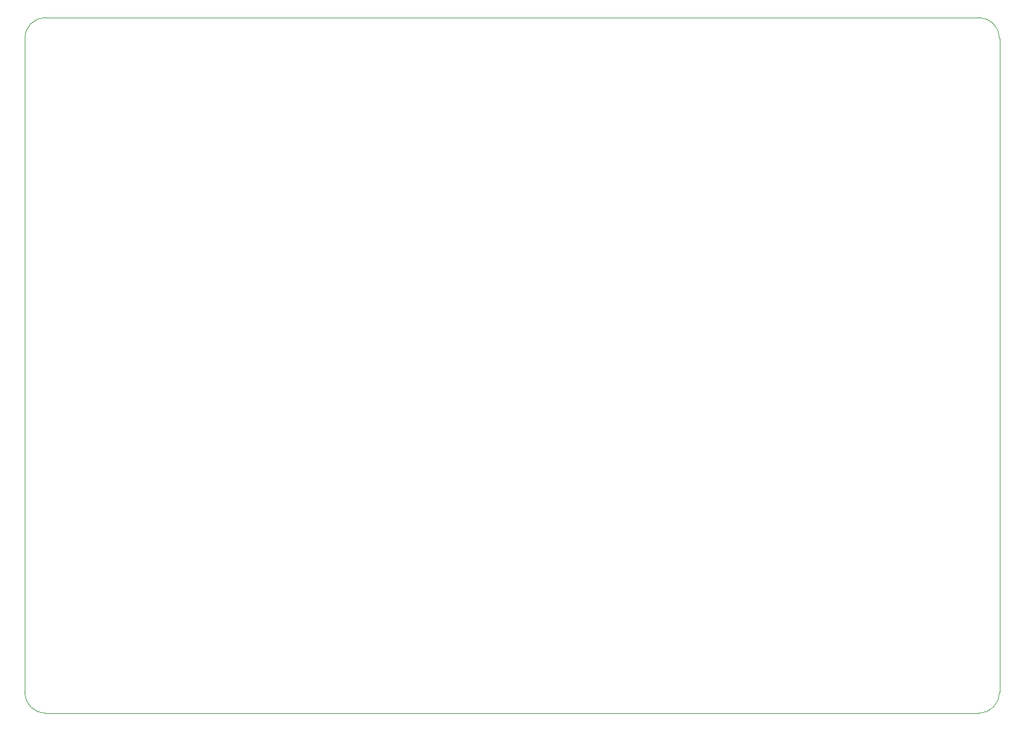
<source format=gbr>
%TF.GenerationSoftware,KiCad,Pcbnew,7.0.10*%
%TF.CreationDate,2025-04-22T22:54:08-04:00*%
%TF.ProjectId,bms-board,626d732d-626f-4617-9264-2e6b69636164,rev?*%
%TF.SameCoordinates,Original*%
%TF.FileFunction,Profile,NP*%
%FSLAX46Y46*%
G04 Gerber Fmt 4.6, Leading zero omitted, Abs format (unit mm)*
G04 Created by KiCad (PCBNEW 7.0.10) date 2025-04-22 22:54:08*
%MOMM*%
%LPD*%
G01*
G04 APERTURE LIST*
%TA.AperFunction,Profile*%
%ADD10C,0.100000*%
%TD*%
G04 APERTURE END LIST*
D10*
X167000000Y-130000000D02*
X33000000Y-130000000D01*
X33000000Y-30000000D02*
G75*
G03*
X30000000Y-33000000I0J-3000000D01*
G01*
X30000000Y-127000000D02*
G75*
G03*
X33000000Y-130000000I3000000J0D01*
G01*
X30000000Y-127000000D02*
X30000000Y-33000000D01*
X33000000Y-30000000D02*
X167000000Y-30000000D01*
X167000000Y-130000000D02*
G75*
G03*
X170000000Y-127000000I0J3000000D01*
G01*
X170000000Y-33000000D02*
X170000000Y-127000000D01*
X170000000Y-33000000D02*
G75*
G03*
X167000000Y-30000000I-3000000J0D01*
G01*
M02*

</source>
